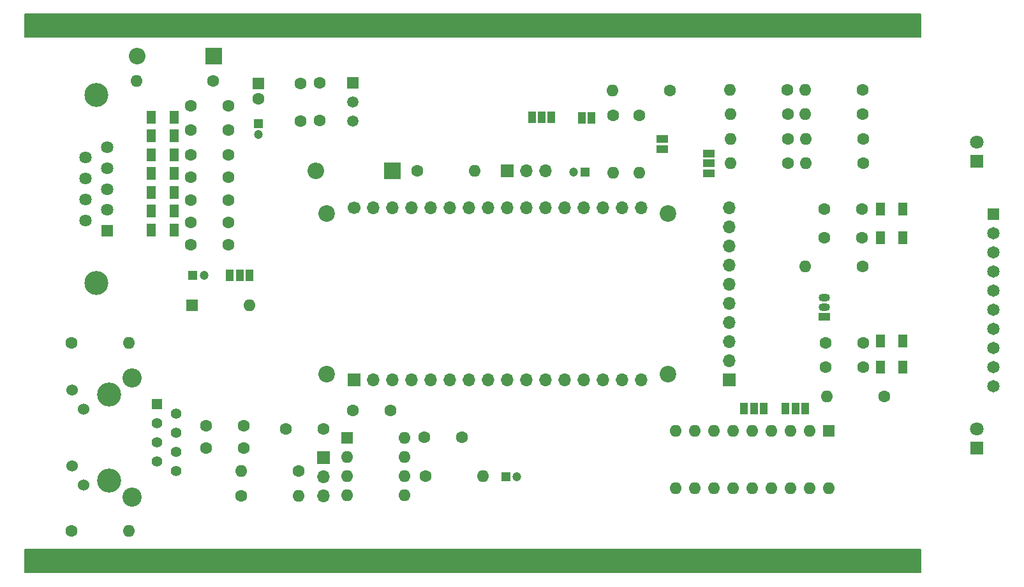
<source format=gbr>
G04 #@! TF.GenerationSoftware,KiCad,Pcbnew,(6.0.0)*
G04 #@! TF.CreationDate,2022-01-05T20:15:47-08:00*
G04 #@! TF.ProjectId,Duo2_Direwolf,44756f32-5f44-4697-9265-776f6c662e6b,rev?*
G04 #@! TF.SameCoordinates,PX2faf080PY8f0d180*
G04 #@! TF.FileFunction,Soldermask,Top*
G04 #@! TF.FilePolarity,Negative*
%FSLAX46Y46*%
G04 Gerber Fmt 4.6, Leading zero omitted, Abs format (unit mm)*
G04 Created by KiCad (PCBNEW (6.0.0)) date 2022-01-05 20:15:47*
%MOMM*%
%LPD*%
G01*
G04 APERTURE LIST*
%ADD10C,0.150000*%
%ADD11R,1.600000X1.600000*%
%ADD12O,1.600000X1.600000*%
%ADD13C,1.600000*%
%ADD14R,1.150000X1.800000*%
%ADD15R,1.700000X1.700000*%
%ADD16O,1.700000X1.700000*%
%ADD17R,1.508000X1.508000*%
%ADD18C,1.508000*%
%ADD19R,1.650000X1.650000*%
%ADD20C,1.650000*%
%ADD21R,1.800000X1.800000*%
%ADD22C,1.800000*%
%ADD23C,2.200000*%
%ADD24C,1.700000*%
%ADD25R,2.200000X2.200000*%
%ADD26O,2.200000X2.200000*%
%ADD27C,3.200000*%
%ADD28R,1.400000X1.400000*%
%ADD29C,1.400000*%
%ADD30C,1.530000*%
%ADD31C,2.550000*%
%ADD32R,1.500000X1.000000*%
%ADD33R,1.200000X1.200000*%
%ADD34C,1.200000*%
%ADD35R,1.000000X1.500000*%
%ADD36R,1.500000X1.050000*%
%ADD37O,1.500000X1.050000*%
%ADD38C,3.180000*%
%ADD39R,1.635000X1.635000*%
%ADD40C,1.635000*%
G04 APERTURE END LIST*
D10*
X0Y74168000D02*
X118872000Y74168000D01*
X118872000Y74168000D02*
X118872000Y71120000D01*
X118872000Y71120000D02*
X0Y71120000D01*
X0Y71120000D02*
X0Y74168000D01*
G36*
X0Y74168000D02*
G01*
X118872000Y74168000D01*
X118872000Y71120000D01*
X0Y71120000D01*
X0Y74168000D01*
G37*
X0Y0D02*
X118872000Y0D01*
X118872000Y0D02*
X118872000Y3048000D01*
X118872000Y3048000D02*
X0Y3048000D01*
X0Y3048000D02*
X0Y0D01*
G36*
X0Y0D02*
G01*
X118872000Y0D01*
X118872000Y3048000D01*
X0Y3048000D01*
X0Y0D01*
G37*
D11*
X42720000Y17910000D03*
D12*
X42720000Y15370000D03*
X42720000Y12830000D03*
X42720000Y10290000D03*
X50340000Y10290000D03*
X50340000Y12830000D03*
X50340000Y15370000D03*
X50340000Y17910000D03*
D13*
X111252000Y54356000D03*
D12*
X103632000Y54356000D03*
D13*
X114046000Y23368000D03*
D12*
X106426000Y23368000D03*
D13*
X101252000Y54356000D03*
D12*
X93632000Y54356000D03*
D14*
X19788000Y48000000D03*
X16788000Y48000000D03*
D13*
X53000000Y18000000D03*
X58000000Y18000000D03*
X81560000Y60728000D03*
D12*
X81560000Y53108000D03*
D13*
X111192000Y64106000D03*
D12*
X103572000Y64106000D03*
D13*
X111085000Y44450000D03*
X106085000Y44450000D03*
X101252000Y60856000D03*
D12*
X93632000Y60856000D03*
D13*
X111250000Y27305000D03*
X106250000Y27305000D03*
D15*
X93505000Y25545000D03*
D16*
X93505000Y28085000D03*
X93505000Y30625000D03*
X93505000Y33165000D03*
X93505000Y35705000D03*
X93505000Y38245000D03*
X93505000Y40785000D03*
X93505000Y43325000D03*
X93505000Y45865000D03*
X93505000Y48405000D03*
D14*
X19788000Y50500000D03*
X16788000Y50500000D03*
D11*
X30988000Y64963112D03*
D13*
X30988000Y62963112D03*
X24930000Y65278000D03*
D12*
X14770000Y65278000D03*
D17*
X43470000Y65024000D03*
D18*
X43470000Y62484000D03*
X43470000Y59944000D03*
D13*
X85598000Y64008000D03*
D12*
X77978000Y64008000D03*
D13*
X101192000Y64106000D03*
D12*
X93572000Y64106000D03*
D19*
X128500000Y47627500D03*
D20*
X128500000Y45087500D03*
X128500000Y42547500D03*
X128500000Y40007500D03*
X128500000Y37467500D03*
X128500000Y34927500D03*
X128500000Y32387500D03*
X128500000Y29847500D03*
X128500000Y27307500D03*
X128500000Y24767500D03*
D21*
X126335000Y54605000D03*
D22*
X126335000Y57145000D03*
D13*
X111125000Y40640000D03*
D12*
X103505000Y40640000D03*
D14*
X19788000Y58000000D03*
X16788000Y58000000D03*
D23*
X85350000Y47710000D03*
X85350000Y26370000D03*
X40060000Y26370000D03*
X40060000Y47710000D03*
D15*
X43680000Y25570000D03*
D24*
X43680000Y48430000D03*
D16*
X46220000Y25570000D03*
X46220000Y48430000D03*
X48760000Y25570000D03*
X48760000Y48430000D03*
X51300000Y25570000D03*
X51300000Y48430000D03*
X53840000Y25570000D03*
X53840000Y48430000D03*
X56380000Y25570000D03*
X56380000Y48430000D03*
X58920000Y25570000D03*
X58920000Y48430000D03*
X61460000Y25570000D03*
X61460000Y48430000D03*
X64000000Y25570000D03*
X64000000Y48430000D03*
X66540000Y25570000D03*
X66540000Y48430000D03*
X69080000Y25570000D03*
X69080000Y48430000D03*
X71620000Y25570000D03*
X71620000Y48430000D03*
X74160000Y25570000D03*
X74160000Y48430000D03*
X76700000Y25570000D03*
X76700000Y48430000D03*
X79240000Y25570000D03*
X79240000Y48430000D03*
X81780000Y25570000D03*
X81780000Y48430000D03*
D13*
X6190000Y5500000D03*
D12*
X13810000Y5500000D03*
D13*
X29000000Y19500000D03*
X24000000Y19500000D03*
X43500000Y21500000D03*
X48500000Y21500000D03*
X22000000Y43500000D03*
X27000000Y43500000D03*
X101252000Y57606000D03*
D12*
X93632000Y57606000D03*
D15*
X39624000Y15225000D03*
D16*
X39624000Y12685000D03*
X39624000Y10145000D03*
D13*
X53190000Y12840000D03*
D12*
X60810000Y12840000D03*
D13*
X39584000Y19050000D03*
X34584000Y19050000D03*
D25*
X25080000Y68580000D03*
D26*
X14920000Y68580000D03*
D27*
X11135000Y12205000D03*
X11135000Y23635000D03*
D28*
X17485000Y22365000D03*
D29*
X20025000Y21095000D03*
X17485000Y19825000D03*
X20025000Y18555000D03*
X17485000Y17285000D03*
X20025000Y16015000D03*
X17485000Y14745000D03*
X20025000Y13475000D03*
D30*
X6235000Y24245000D03*
X7755000Y21705000D03*
X6235000Y14135000D03*
X7755000Y11595000D03*
D31*
X14185000Y25795000D03*
X14185000Y10045000D03*
D32*
X84560000Y56268000D03*
X84560000Y57568000D03*
D33*
X74310000Y53168000D03*
D34*
X72810000Y53168000D03*
D13*
X111250000Y30500000D03*
X106250000Y30500000D03*
D35*
X98050000Y21750000D03*
X96750000Y21750000D03*
X95450000Y21750000D03*
X27200000Y39500000D03*
X28500000Y39500000D03*
X29800000Y39500000D03*
D14*
X19788000Y45500000D03*
X16788000Y45500000D03*
D13*
X78060000Y60728000D03*
D12*
X78060000Y53108000D03*
D25*
X48768000Y53340000D03*
D26*
X38608000Y53340000D03*
D14*
X19788000Y55500000D03*
X16788000Y55500000D03*
D13*
X111192000Y60856000D03*
D12*
X103572000Y60856000D03*
D33*
X22277401Y39500000D03*
D34*
X23777401Y39500000D03*
D13*
X36322000Y13462000D03*
D12*
X28702000Y13462000D03*
D14*
X16788000Y53000000D03*
X19788000Y53000000D03*
D13*
X39116000Y65024000D03*
X39116000Y60024000D03*
X22000000Y55500000D03*
X27000000Y55500000D03*
D11*
X22190000Y35500000D03*
D12*
X29810000Y35500000D03*
D13*
X111085000Y48260000D03*
X106085000Y48260000D03*
X28702000Y10160000D03*
D12*
X36322000Y10160000D03*
D13*
X22000000Y58750000D03*
X27000000Y58750000D03*
X22000000Y62000000D03*
X27000000Y62000000D03*
D32*
X90752000Y53056000D03*
X90752000Y54356000D03*
X90752000Y55656000D03*
D21*
X126335000Y16505000D03*
D22*
X126335000Y19045000D03*
D13*
X22000000Y52500000D03*
X27000000Y52500000D03*
X6190000Y30500000D03*
D12*
X13810000Y30500000D03*
D15*
X64023000Y53340000D03*
D16*
X66563000Y53340000D03*
X69103000Y53340000D03*
D36*
X106110000Y33980000D03*
D37*
X106110000Y35250000D03*
X106110000Y36520000D03*
D13*
X22000000Y49500000D03*
X27000000Y49500000D03*
D14*
X116500000Y30750000D03*
X113500000Y30750000D03*
D13*
X36576000Y59984000D03*
X36576000Y64984000D03*
D14*
X16788000Y60500000D03*
X19788000Y60500000D03*
X116500000Y48260000D03*
X113500000Y48260000D03*
D35*
X67280000Y60452000D03*
X68580000Y60452000D03*
X69880000Y60452000D03*
D38*
X9467500Y63440000D03*
X9467500Y38440000D03*
D39*
X10887500Y45400000D03*
D40*
X10887500Y48170000D03*
X10887500Y50940000D03*
X10887500Y53710000D03*
X10887500Y56480000D03*
X8047500Y46785000D03*
X8047500Y49555000D03*
X8047500Y52325000D03*
X8047500Y55095000D03*
D33*
X30988000Y59650599D03*
D34*
X30988000Y58150599D03*
D13*
X24000000Y16500000D03*
X29000000Y16500000D03*
X22000000Y46500000D03*
X27000000Y46500000D03*
D14*
X116500000Y44450000D03*
X113500000Y44450000D03*
D35*
X73910000Y60418000D03*
X75210000Y60418000D03*
D13*
X52070000Y53340000D03*
D12*
X59690000Y53340000D03*
D14*
X116500000Y27305000D03*
X113500000Y27305000D03*
D33*
X63793401Y12700000D03*
D34*
X65293401Y12700000D03*
D35*
X103550000Y21750000D03*
X102250000Y21750000D03*
X100950000Y21750000D03*
D13*
X111252000Y57606000D03*
D12*
X103632000Y57606000D03*
D11*
X106680000Y18796000D03*
D12*
X104140000Y18796000D03*
X101600000Y18796000D03*
X99060000Y18796000D03*
X96520000Y18796000D03*
X93980000Y18796000D03*
X91440000Y18796000D03*
X88900000Y18796000D03*
X86360000Y18796000D03*
X86360000Y11176000D03*
X88900000Y11176000D03*
X91440000Y11176000D03*
X93980000Y11176000D03*
X96520000Y11176000D03*
X99060000Y11176000D03*
X101600000Y11176000D03*
X104140000Y11176000D03*
X106680000Y11176000D03*
M02*

</source>
